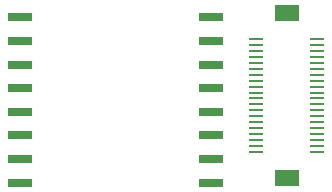
<source format=gbr>
G04 EAGLE Gerber RS-274X export*
G75*
%MOMM*%
%FSLAX34Y34*%
%LPD*%
%INSolderpaste Bottom*%
%IPPOS*%
%AMOC8*
5,1,8,0,0,1.08239X$1,22.5*%
G01*
%ADD10R,1.150000X0.250000*%
%ADD11R,2.100000X1.400000*%
%ADD12R,2.000000X0.800000*%


D10*
X332530Y152940D03*
X281030Y152940D03*
X332530Y147940D03*
X281030Y147940D03*
X332530Y142940D03*
X281030Y142940D03*
X332530Y137940D03*
X281030Y137940D03*
X332530Y132940D03*
X281030Y132940D03*
X332530Y127940D03*
X281030Y127940D03*
X332530Y122940D03*
X281030Y122940D03*
X332530Y117940D03*
X281030Y117940D03*
X332530Y112940D03*
X281030Y112940D03*
X332530Y107940D03*
X281030Y107940D03*
X332530Y102940D03*
X281030Y102940D03*
X332530Y97940D03*
X281030Y97940D03*
X332530Y92940D03*
X281030Y92940D03*
X332530Y87940D03*
X281030Y87940D03*
X332530Y82940D03*
X281030Y82940D03*
D11*
X306780Y175440D03*
X306780Y35440D03*
D10*
X332530Y77940D03*
X281030Y77940D03*
X332530Y72940D03*
X281030Y72940D03*
X332530Y67940D03*
X281030Y67940D03*
X332530Y62940D03*
X281030Y62940D03*
X332530Y57940D03*
X281030Y57940D03*
D12*
X80780Y31580D03*
X80780Y51580D03*
X80780Y71580D03*
X80780Y91580D03*
X80780Y111580D03*
X80780Y131580D03*
X80780Y151580D03*
X80780Y171580D03*
X242780Y171580D03*
X242780Y151580D03*
X242780Y131580D03*
X242780Y111580D03*
X242780Y91580D03*
X242780Y71580D03*
X242780Y51580D03*
X242780Y31580D03*
M02*

</source>
